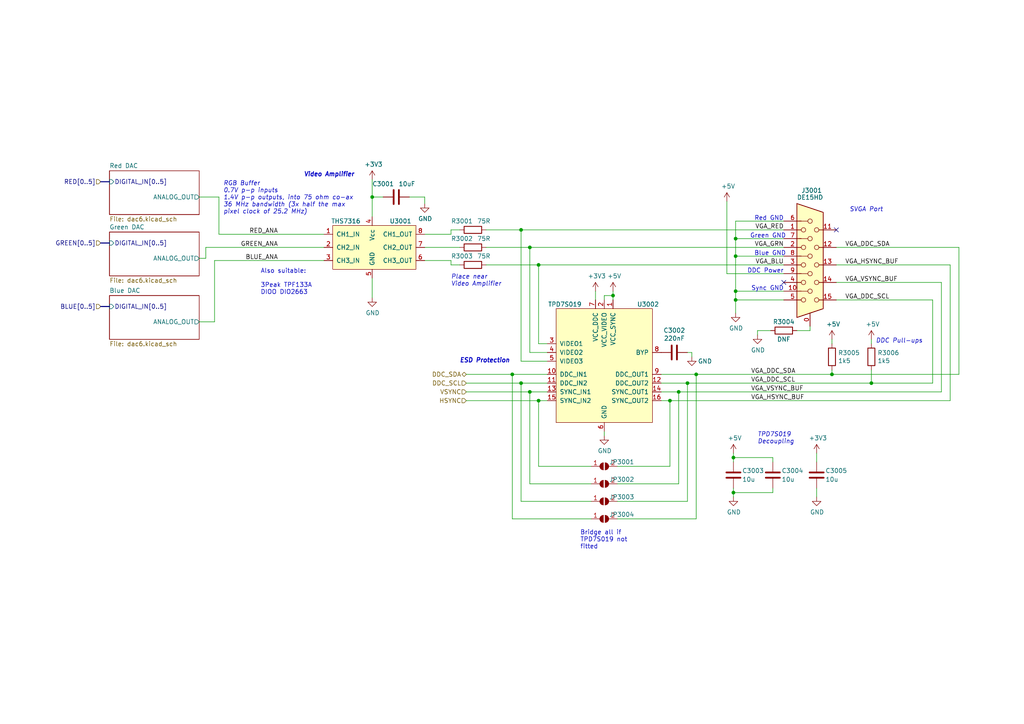
<source format=kicad_sch>
(kicad_sch (version 20211123) (generator eeschema)
  (paper "A4")
  (title_block (title "Neotron Common Hardware") (date "2021-06-18") (rev "[Uncontrolled]") (company "https://neotron-compute.github.io/") (comment 1 "Licenced as CC BY-SA") (comment 2 "Copyright (c) The Neotron Developers, 2021"))
  (lib_symbols
    (symbol "Connector:DB15_Female_HighDensity_MountingHoles" (pin_names (offset 1.016) hide)
      (property "Reference" "J" (at 0 21.59 0))
      (property "Value" "DB15_Female_HighDensity_MountingHoles" (at 0 19.05 0))
      (symbol "DB15_Female_HighDensity_MountingHoles_0_1"
        (circle (center -1.905 -10.16) (radius 0.635))
        (circle (center -1.905 -5.08) (radius 0.635))
        (circle (center -1.905 0) (radius 0.635))
        (circle (center -1.905 5.08) (radius 0.635))
        (circle (center -1.905 10.16) (radius 0.635))
        (circle (center 0 -7.62) (radius 0.635))
        (circle (center 0 -2.54) (radius 0.635))
        (polyline (pts (xy -3.175 7.62) (xy -0.635 7.62)))
        (polyline (pts (xy -0.635 -7.62) (xy -3.175 -7.62)))
        (polyline (pts (xy -0.635 -2.54) (xy -3.175 -2.54)))
        (polyline (pts (xy -0.635 2.54) (xy -3.175 2.54)))
        (polyline (pts (xy -0.635 12.7) (xy -3.175 12.7)))
        (polyline (pts (xy -3.81 17.78) (xy -3.81 -15.24) (xy 3.81 -12.7) (xy 3.81 15.24) (xy -3.81 17.78)) (stroke (width 0.254)) (fill (type background)))
        (circle (center 0 2.54) (radius 0.635))
        (circle (center 0 7.62) (radius 0.635))
        (circle (center 0 12.7) (radius 0.635))
        (circle (center 1.905 -10.16) (radius 0.635))
        (circle (center 1.905 -5.08) (radius 0.635))
        (circle (center 1.905 0) (radius 0.635))
        (circle (center 1.905 5.08) (radius 0.635))
        (circle (center 1.905 10.16) (radius 0.635))
      )
      (symbol "DB15_Female_HighDensity_MountingHoles_1_1"
        (pin passive line (at 0 -17.78 90) (length 3.81) (name "~") (number "0"))
        (pin passive line (at -7.62 10.16 0) (length 5.08) (name "~") (number "1"))
        (pin passive line (at -7.62 -7.62 0) (length 5.08) (name "~") (number "10"))
        (pin passive line (at 7.62 10.16 180) (length 5.08) (name "~") (number "11"))
        (pin passive line (at 7.62 5.08 180) (length 5.08) (name "~") (number "12"))
        (pin passive line (at 7.62 0 180) (length 5.08) (name "~") (number "13"))
        (pin passive line (at 7.62 -5.08 180) (length 5.08) (name "~") (number "14"))
        (pin passive line (at 7.62 -10.16 180) (length 5.08) (name "~") (number "15"))
        (pin passive line (at -7.62 5.08 0) (length 5.08) (name "~") (number "2"))
        (pin passive line (at -7.62 0 0) (length 5.08) (name "~") (number "3"))
        (pin passive line (at -7.62 -5.08 0) (length 5.08) (name "~") (number "4"))
        (pin passive line (at -7.62 -10.16 0) (length 5.08) (name "~") (number "5"))
        (pin passive line (at -7.62 12.7 0) (length 5.08) (name "~") (number "6"))
        (pin passive line (at -7.62 7.62 0) (length 5.08) (name "~") (number "7"))
        (pin passive line (at -7.62 2.54 0) (length 5.08) (name "~") (number "8"))
        (pin passive line (at -7.62 -2.54 0) (length 5.08) (name "~") (number "9"))
      )
    )
    (symbol "Device:C" (pin_numbers hide) (pin_names (offset 0.254))
      (property "Reference" "C" (at 0.635 2.54 0))
      (property "Value" "C" (at 0.635 -2.54 0))
      (symbol "C_0_1"
        (polyline (pts (xy -2.032 -0.762) (xy 2.032 -0.762)) (stroke (width 0.508)))
        (polyline (pts (xy -2.032 0.762) (xy 2.032 0.762)) (stroke (width 0.508)))
      )
      (symbol "C_1_1"
        (pin passive line (at 0 3.81 270) (length 2.794) (name "~") (number "1"))
        (pin passive line (at 0 -3.81 90) (length 2.794) (name "~") (number "2"))
      )
    )
    (symbol "Device:R" (pin_numbers hide) (pin_names (offset 0))
      (property "Reference" "R" (at 2.032 0 90))
      (property "Value" "R" (at 0 0 90))
      (symbol "R_0_1"
        (rectangle (start -1.016 -2.54) (end 1.016 2.54) (stroke (width 0.254)))
      )
      (symbol "R_1_1"
        (pin passive line (at 0 3.81 270) (length 1.27) (name "~") (number "1"))
        (pin passive line (at 0 -3.81 90) (length 1.27) (name "~") (number "2"))
      )
    )
    (symbol "Jumper:SolderJumper_2_Open" (pin_names (offset 0) hide)
      (property "Reference" "JP" (at 0 2.032 0))
      (property "Value" "SolderJumper_2_Open" (at 0 -2.54 0))
      (symbol "SolderJumper_2_Open_0_1"
        (arc (start -0.254 1.016) (mid -1.27 0) (end -0.254 -1.016))
        (arc (start -0.254 1.016) (mid -1.27 0) (end -0.254 -1.016) (fill (type outline)))
        (polyline (pts (xy -0.254 1.016) (xy -0.254 -1.016)))
        (polyline (pts (xy 0.254 1.016) (xy 0.254 -1.016)))
        (arc (start 0.254 -1.016) (mid 1.27 0) (end 0.254 1.016))
        (arc (start 0.254 -1.016) (mid 1.27 0) (end 0.254 1.016) (fill (type outline)))
      )
      (symbol "SolderJumper_2_Open_1_1"
        (pin passive line (at -3.81 0 0) (length 2.54) (name "A") (number "1"))
        (pin passive line (at 3.81 0 180) (length 2.54) (name "B") (number "2"))
      )
    )
    (symbol "Neotron-Common-Hardware:TPD7S019" (pin_names (offset 1.016))
      (property "Reference" "U" (at 13.97 16.51 0))
      (property "Value" "TPD7S019" (at -10.16 16.51 0))
      (symbol "TPD7S019_0_0"
        (pin power_in line (at 2.54 17.78 270) (length 2.54) (name "VCC_SYNC") (number "1"))
        (pin bidirectional line (at -16.51 -3.81 0) (length 2.54) (name "DDC_IN1") (number "10"))
        (pin bidirectional line (at -16.51 -6.35 0) (length 2.54) (name "DDC_IN2") (number "11"))
        (pin bidirectional line (at 16.51 -6.35 180) (length 2.54) (name "DDC_OUT2") (number "12"))
        (pin input line (at -16.51 -8.89 0) (length 2.54) (name "SYNC_IN1") (number "13"))
        (pin output line (at 16.51 -8.89 180) (length 2.54) (name "SYNC_OUT1") (number "14"))
        (pin input line (at -16.51 -11.43 0) (length 2.54) (name "SYNC_IN2") (number "15"))
        (pin output line (at 16.51 -11.43 180) (length 2.54) (name "SYNC_OUT2") (number "16"))
        (pin power_in line (at 0 17.78 270) (length 2.54) (name "VCC_VIDEO") (number "2"))
        (pin input line (at -16.51 5.08 0) (length 2.54) (name "VIDEO1") (number "3"))
        (pin input line (at -16.51 2.54 0) (length 2.54) (name "VIDEO2") (number "4"))
        (pin input line (at -16.51 0 0) (length 2.54) (name "VIDEO3") (number "5"))
        (pin power_in line (at 0 -20.32 90) (length 2.54) (name "GND") (number "6"))
        (pin power_in line (at -2.54 17.78 270) (length 2.54) (name "VCC_DDC") (number "7"))
        (pin power_out line (at 16.51 2.54 180) (length 2.54) (name "BYP") (number "8"))
        (pin bidirectional line (at 16.51 -3.81 180) (length 2.54) (name "DDC_OUT1") (number "9"))
      )
      (symbol "TPD7S019_0_1"
        (rectangle (start -13.97 15.24) (end 13.97 -17.78) (fill (type background)))
      )
    )
    (symbol "Neotron-Common-Hardware:TPF133A" (pin_names (offset 1.016))
      (property "Reference" "U" (at 8.89 7.62 0))
      (property "Value" "TPF133A" (at -15.24 7.62 0))
      (symbol "TPF133A_0_0"
        (pin input line (at -17.78 3.81 0) (length 2.54) (name "CH1_IN") (number "1"))
        (pin input line (at -17.78 0 0) (length 2.54) (name "CH2_IN") (number "2"))
        (pin input line (at -17.78 -3.81 0) (length 2.54) (name "CH3_IN") (number "3"))
        (pin power_in line (at -3.81 8.89 270) (length 2.54) (name "Vcc") (number "4"))
        (pin power_in line (at -3.81 -8.89 90) (length 2.54) (name "GND") (number "5"))
        (pin output line (at 11.43 -3.81 180) (length 2.54) (name "CH3_OUT") (number "6"))
        (pin output line (at 11.43 0 180) (length 2.54) (name "CH2_OUT") (number "7"))
        (pin output line (at 11.43 3.81 180) (length 2.54) (name "CH1_OUT") (number "8"))
      )
      (symbol "TPF133A_0_1"
        (rectangle (start 8.89 -6.35) (end -15.24 6.35) (fill (type background)))
      )
    )
    (symbol "power:+3V3" (power) (pin_names (offset 0))
      (property "Value" "+3V3" (at 0 3.556 0))
      (symbol "+3V3_0_1"
        (polyline (pts (xy -0.762 1.27) (xy 0 2.54)))
        (polyline (pts (xy 0 0) (xy 0 2.54)))
        (polyline (pts (xy 0 2.54) (xy 0.762 1.27)))
      )
      (symbol "+3V3_1_1"
        (pin power_in line (at 0 0 90) (length 0) hide (name "+3V3") (number "1"))
      )
    )
    (symbol "power:+5V" (power) (pin_names (offset 0))
      (property "Value" "+5V" (at 0 3.556 0))
      (symbol "+5V_0_1"
        (polyline (pts (xy -0.762 1.27) (xy 0 2.54)))
        (polyline (pts (xy 0 0) (xy 0 2.54)))
        (polyline (pts (xy 0 2.54) (xy 0.762 1.27)))
      )
      (symbol "+5V_1_1"
        (pin power_in line (at 0 0 90) (length 0) hide (name "+5V") (number "1"))
      )
    )
    (symbol "power:GND" (power) (pin_names (offset 0))
      (property "Value" "GND" (at 0 -3.81 0))
      (symbol "GND_0_1"
        (polyline (pts (xy 0 0) (xy 0 -1.27) (xy 1.27 -1.27) (xy 0 -2.54) (xy -1.27 -1.27) (xy 0 -1.27)))
      )
      (symbol "GND_1_1"
        (pin power_in line (at 0 0 270) (length 0) hide (name "GND") (number "1"))
      )
    )
  )
  (junction (at 213.36 69.215))
  (junction (at 153.67 113.665))
  (junction (at 213.36 84.455))
  (junction (at 156.21 116.205))
  (junction (at 213.36 74.295))
  (junction (at 252.73 111.125))
  (junction (at 107.95 57.15))
  (junction (at 177.8 85.725))
  (junction (at 213.36 86.995))
  (junction (at 153.67 71.755))
  (junction (at 156.21 76.835))
  (junction (at 212.725 132.715))
  (junction (at 151.13 66.675))
  (junction (at 151.13 111.125))
  (junction (at 196.85 113.665))
  (junction (at 241.3 108.585))
  (junction (at 194.31 116.205))
  (junction (at 199.39 111.125))
  (junction (at 148.59 108.585))
  (junction (at 201.93 108.585))
  (junction (at 212.725 142.875))
  (no_connect (at 242.57 66.675))
  (no_connect (at 227.33 81.915))
  (wire (pts (xy 219.71 97.155) (xy 219.71 95.885)))
  (wire (pts (xy 236.855 144.145) (xy 236.855 141.605)))
  (wire (pts (xy 153.67 113.665) (xy 153.67 140.335)))
  (wire (pts (xy 191.77 116.205) (xy 194.31 116.205)))
  (wire (pts (xy 236.855 133.985) (xy 236.855 131.445)))
  (wire (pts (xy 123.19 75.565) (xy 130.81 75.565)))
  (wire (pts (xy 210.82 79.375) (xy 227.33 79.375)))
  (wire (pts (xy 57.785 93.345) (xy 62.23 93.345)))
  (wire (pts (xy 213.36 69.215) (xy 213.36 74.295)))
  (wire (pts (xy 153.67 140.335) (xy 171.45 140.335)))
  (wire (pts (xy 234.95 94.615) (xy 234.95 95.885)))
  (wire (pts (xy 213.36 74.295) (xy 213.36 84.455)))
  (wire (pts (xy 212.725 142.875) (xy 224.155 142.875)))
  (wire (pts (xy 227.33 84.455) (xy 213.36 84.455)))
  (wire (pts (xy 212.725 132.715) (xy 212.725 133.985)))
  (wire (pts (xy 194.31 135.255) (xy 194.31 116.205)))
  (wire (pts (xy 107.95 52.07) (xy 107.95 57.15)))
  (wire (pts (xy 123.19 71.755) (xy 133.35 71.755)))
  (wire (pts (xy 241.3 107.315) (xy 241.3 108.585)))
  (wire (pts (xy 252.73 107.315) (xy 252.73 111.125)))
  (bus (pts (xy 29.21 70.485) (xy 31.75 70.485)))
  (wire (pts (xy 213.36 69.215) (xy 227.33 69.215)))
  (wire (pts (xy 270.51 86.995) (xy 242.57 86.995)))
  (wire (pts (xy 153.67 71.755) (xy 153.67 102.235)))
  (wire (pts (xy 63.5 57.15) (xy 63.5 67.945)))
  (wire (pts (xy 275.59 76.835) (xy 242.57 76.835)))
  (wire (pts (xy 196.85 113.665) (xy 273.05 113.665)))
  (wire (pts (xy 213.36 64.135) (xy 227.33 64.135)))
  (wire (pts (xy 252.73 111.125) (xy 270.51 111.125)))
  (wire (pts (xy 177.8 85.725) (xy 177.8 84.455)))
  (wire (pts (xy 107.95 57.15) (xy 111.125 57.15)))
  (wire (pts (xy 135.255 111.125) (xy 151.13 111.125)))
  (wire (pts (xy 148.59 108.585) (xy 158.75 108.585)))
  (wire (pts (xy 148.59 108.585) (xy 148.59 150.495)))
  (wire (pts (xy 63.5 67.945) (xy 93.98 67.945)))
  (wire (pts (xy 191.77 111.125) (xy 199.39 111.125)))
  (wire (pts (xy 158.75 104.775) (xy 151.13 104.775)))
  (wire (pts (xy 213.36 84.455) (xy 213.36 86.995)))
  (wire (pts (xy 196.85 113.665) (xy 191.77 113.665)))
  (wire (pts (xy 59.69 74.93) (xy 59.69 71.755)))
  (wire (pts (xy 153.67 71.755) (xy 227.33 71.755)))
  (wire (pts (xy 224.155 132.715) (xy 212.725 132.715)))
  (wire (pts (xy 196.85 140.335) (xy 196.85 113.665)))
  (wire (pts (xy 241.3 98.425) (xy 241.3 99.695)))
  (wire (pts (xy 57.785 74.93) (xy 59.69 74.93)))
  (wire (pts (xy 158.75 99.695) (xy 156.21 99.695)))
  (wire (pts (xy 107.95 80.645) (xy 107.95 86.36)))
  (wire (pts (xy 62.23 93.345) (xy 62.23 75.565)))
  (wire (pts (xy 213.36 86.995) (xy 213.36 90.805)))
  (wire (pts (xy 199.39 102.235) (xy 200.66 102.235)))
  (wire (pts (xy 148.59 150.495) (xy 171.45 150.495)))
  (wire (pts (xy 210.82 58.42) (xy 210.82 79.375)))
  (wire (pts (xy 175.26 125.095) (xy 175.26 126.365)))
  (wire (pts (xy 62.23 75.565) (xy 93.98 75.565)))
  (bus (pts (xy 29.21 52.705) (xy 31.75 52.705)))
  (wire (pts (xy 201.93 150.495) (xy 201.93 108.585)))
  (wire (pts (xy 219.71 95.885) (xy 223.52 95.885)))
  (wire (pts (xy 130.81 75.565) (xy 130.81 76.835)))
  (wire (pts (xy 179.07 145.415) (xy 199.39 145.415)))
  (wire (pts (xy 275.59 116.205) (xy 275.59 76.835)))
  (wire (pts (xy 135.255 108.585) (xy 148.59 108.585)))
  (wire (pts (xy 278.13 71.755) (xy 278.13 108.585)))
  (wire (pts (xy 133.35 76.835) (xy 130.81 76.835)))
  (wire (pts (xy 177.8 86.995) (xy 177.8 85.725)))
  (wire (pts (xy 151.13 66.675) (xy 151.13 104.775)))
  (wire (pts (xy 57.785 57.15) (xy 63.5 57.15)))
  (wire (pts (xy 212.725 142.875) (xy 212.725 144.145)))
  (wire (pts (xy 224.155 142.875) (xy 224.155 141.605)))
  (wire (pts (xy 212.725 131.445) (xy 212.725 132.715)))
  (wire (pts (xy 171.45 145.415) (xy 151.13 145.415)))
  (wire (pts (xy 135.255 116.205) (xy 156.21 116.205)))
  (wire (pts (xy 135.255 113.665) (xy 153.67 113.665)))
  (wire (pts (xy 194.31 116.205) (xy 275.59 116.205)))
  (wire (pts (xy 151.13 66.675) (xy 227.33 66.675)))
  (wire (pts (xy 270.51 111.125) (xy 270.51 86.995)))
  (wire (pts (xy 156.21 76.835) (xy 227.33 76.835)))
  (wire (pts (xy 242.57 81.915) (xy 273.05 81.915)))
  (wire (pts (xy 224.155 133.985) (xy 224.155 132.715)))
  (wire (pts (xy 199.39 111.125) (xy 252.73 111.125)))
  (wire (pts (xy 156.21 99.695) (xy 156.21 76.835)))
  (wire (pts (xy 130.81 66.675) (xy 133.35 66.675)))
  (wire (pts (xy 242.57 71.755) (xy 278.13 71.755)))
  (wire (pts (xy 123.19 57.15) (xy 123.19 59.055)))
  (wire (pts (xy 118.745 57.15) (xy 123.19 57.15)))
  (wire (pts (xy 151.13 145.415) (xy 151.13 111.125)))
  (wire (pts (xy 252.73 98.425) (xy 252.73 99.695)))
  (wire (pts (xy 212.725 141.605) (xy 212.725 142.875)))
  (wire (pts (xy 153.67 102.235) (xy 158.75 102.235)))
  (wire (pts (xy 123.19 67.945) (xy 130.81 67.945)))
  (wire (pts (xy 59.69 71.755) (xy 93.98 71.755)))
  (wire (pts (xy 140.97 76.835) (xy 156.21 76.835)))
  (wire (pts (xy 201.93 108.585) (xy 191.77 108.585)))
  (wire (pts (xy 213.36 74.295) (xy 227.33 74.295)))
  (wire (pts (xy 156.21 135.255) (xy 156.21 116.205)))
  (wire (pts (xy 179.07 140.335) (xy 196.85 140.335)))
  (wire (pts (xy 213.36 86.995) (xy 227.33 86.995)))
  (wire (pts (xy 172.72 84.455) (xy 172.72 86.995)))
  (wire (pts (xy 140.97 66.675) (xy 151.13 66.675)))
  (wire (pts (xy 107.95 57.15) (xy 107.95 62.865)))
  (wire (pts (xy 156.21 116.205) (xy 158.75 116.205)))
  (wire (pts (xy 213.36 64.135) (xy 213.36 69.215)))
  (wire (pts (xy 179.07 150.495) (xy 201.93 150.495)))
  (wire (pts (xy 158.75 113.665) (xy 153.67 113.665)))
  (wire (pts (xy 241.3 108.585) (xy 278.13 108.585)))
  (wire (pts (xy 231.14 95.885) (xy 234.95 95.885)))
  (wire (pts (xy 171.45 135.255) (xy 156.21 135.255)))
  (wire (pts (xy 177.8 85.725) (xy 175.26 85.725)))
  (wire (pts (xy 200.66 102.235) (xy 200.66 103.505)))
  (wire (pts (xy 140.97 71.755) (xy 153.67 71.755)))
  (wire (pts (xy 199.39 145.415) (xy 199.39 111.125)))
  (wire (pts (xy 179.07 135.255) (xy 194.31 135.255)))
  (wire (pts (xy 151.13 111.125) (xy 158.75 111.125)))
  (bus (pts (xy 29.21 88.9) (xy 31.75 88.9)))
  (wire (pts (xy 175.26 85.725) (xy 175.26 86.995)))
  (wire (pts (xy 201.93 108.585) (xy 241.3 108.585)))
  (wire (pts (xy 130.81 66.675) (xy 130.81 67.945)))
  (wire (pts (xy 273.05 81.915) (xy 273.05 113.665)))
  (text "Video Amplifier" (at 102.87 51.435 180) (effects (font (size 1.27 1.27) (thickness 0.254) bold italic) (justify right bottom)))
  (text "TPD7S019\nDecoupling" (at 219.71 128.905 0) (effects (font (size 1.27 1.27) italic) (justify left bottom)))
  (text "DDC Power" (at 227.33 79.375 180) (effects (font (size 1.27 1.27)) (justify right bottom)))
  (text "RGB Buffer\n0.7V p-p inputs\n1.4V p-p outputs, into 75 ohm co-ax\n36 MHz bandwidth (3x half the max\npixel clock of 25.2 MHz)" (at 64.77 62.23 0) (effects (font (size 1.27 1.27) italic) (justify left bottom)))
  (text "ESD Protection" (at 147.955 105.41 180) (effects (font (size 1.27 1.27) (thickness 0.254) bold italic) (justify right bottom)))
  (text "Green GND" (at 227.965 69.215 180) (effects (font (size 1.27 1.27)) (justify right bottom)))
  (text "Also suitable:\n\n3Peak TPF133A\nDIOO DIO2663\n\n" (at 75.565 87.63 0) (effects (font (size 1.27 1.27)) (justify left bottom)))
  (text "Place near\nVideo Amplifier" (at 130.81 83.185 0) (effects (font (size 1.27 1.27) italic) (justify left bottom)))
  (text "Sync GND" (at 227.33 84.455 180) (effects (font (size 1.27 1.27)) (justify right bottom)))
  (text "SVGA Port" (at 246.38 61.595 0) (effects (font (size 1.27 1.27) italic) (justify left bottom)))
  (text "Blue GND" (at 227.965 74.295 180) (effects (font (size 1.27 1.27)) (justify right bottom)))
  (text "DDC Pull-ups" (at 254 99.695 0) (effects (font (size 1.27 1.27) italic) (justify left bottom)))
  (text "Bridge all if\nTPD7S019 not\nfitted" (at 168.275 159.385 0) (effects (font (size 1.27 1.27)) (justify left bottom)))
  (text "Red GND" (at 227.33 64.135 180) (effects (font (size 1.27 1.27)) (justify right bottom)))
  (label "VGA_HSYNC_BUF" (at 217.805 116.205 0))
  (label "VGA_DDC_SDA" (at 245.11 71.755 0))
  (label "VGA_HSYNC_BUF" (at 245.11 76.835 0))
  (label "VGA_DDC_SCL" (at 217.805 111.125 0))
  (label "BLUE_ANA" (at 80.645 75.565 180))
  (label "GREEN_ANA" (at 80.645 71.755 180))
  (label "VGA_VSYNC_BUF" (at 245.11 81.915 0))
  (label "VGA_GRN" (at 227.33 71.755 180))
  (label "VGA_VSYNC_BUF" (at 217.805 113.665 0))
  (label "VGA_RED" (at 227.33 66.675 180))
  (label "VGA_BLU" (at 227.33 76.835 180))
  (label "VGA_DDC_SCL" (at 245.11 86.995 0))
  (label "VGA_DDC_SDA" (at 217.805 108.585 0))
  (label "RED_ANA" (at 80.645 67.945 180))
  (hierarchical_label "BLUE[0..5]" (shape input) (at 29.21 88.9 180))
  (hierarchical_label "DDC_SCL" (shape input) (at 135.255 111.125 180))
  (hierarchical_label "VSYNC" (shape input) (at 135.255 113.665 180))
  (hierarchical_label "GREEN[0..5]" (shape input) (at 29.21 70.485 180))
  (hierarchical_label "RED[0..5]" (shape input) (at 29.21 52.705 180))
  (hierarchical_label "HSYNC" (shape input) (at 135.255 116.205 180))
  (hierarchical_label "DDC_SDA" (shape bidirectional) (at 135.255 108.585 180))
  (symbol (lib_id "power:GND") (at 123.19 59.055 0) (unit 1)
    (property "Reference" "#PWR03003" (effects hide))
    (property "Value" "GND" (at 123.317 63.4492 0))
  )
  (symbol (lib_id "Device:R") (at 137.16 76.835 270) (unit 1)
    (property "Reference" "R3003" (at 137.16 74.295 90) (effects (justify right)))
    (property "Value" "75R" (at 140.335 74.295 90))
    (property "Footprint" "Resistor_SMD:R_0805_2012Metric_Pad1.20x1.40mm_HandSolder" (effects hide))
    (property "DNP" "0" (effects hide))
    (property "MPN" "0805W8F750JT5E" (effects hide))
    (property "Manufacturer" "Uniroyal" (effects hide))
    (property "LCSC Part#" "C20638" (effects hide))
    (property "Tolerance" "1%" (effects hide))
    (property "JLCPCB Collection" "Basic" (effects hide))
  )
  (symbol (lib_id "power:+5V") (at 177.8 84.455 0) (unit 1)
    (property "Reference" "#PWR03006" (effects hide))
    (property "Value" "+5V" (at 178.181 80.0608 0))
  )
  (symbol (lib_id "Device:C") (at 224.155 137.795 0) (mirror x) (unit 1)
    (property "Reference" "C3004" (at 226.695 136.525 0) (effects (justify left)))
    (property "Value" "10u" (at 226.695 139.065 0) (effects (justify left)))
    (property "DNP" "0" (effects hide))
    (property "MPN" "CL21A106KAYNNNE" (effects hide))
    (property "Manufacturer" "Samsung" (effects hide))
    (property "LCSC Part#" "C15850" (effects hide))
    (property "Tolerance" "X5R" (effects hide))
    (property "Voltage" "25V" (effects hide))
    (property "JLCPCB Collection" "Basic" (effects hide))
  )
  (symbol (lib_id "Connector:DB15_Female_HighDensity_MountingHoles") (at 234.95 76.835 0) (unit 1)
    (property "Reference" "J3001" (at 232.41 55.245 0) (effects (justify left)))
    (property "Value" "DE15HD" (at 234.95 56.515 0) (effects (justify top)))
    (property "Footprint" "Neotron-Common-Hardware:Amphenol_ICD15S13E4GV00LF" (effects hide))
    (property "DNP" "0" (effects hide))
    (property "Digikey" "609-5180-ND‎" (effects hide))
    (property "MPN" "ICD15S13E4GV00LF" (effects hide))
    (property "Manufacturer" "Amphenol" (effects hide))
    (property "Mouser" "649-ICD15S13E4GV00LF" (effects hide))
  )
  (symbol (lib_id "Jumper:SolderJumper_2_Open") (at 175.26 145.415 0) (unit 1)
    (property "Reference" "JP3003" (at 180.34 144.145 0))
    (property "Value" "Bridge" (effects hide))
    (property "DNP" "1" (effects hide))
  )
  (symbol (lib_id "Device:R") (at 137.16 71.755 270) (unit 1)
    (property "Reference" "R3002" (at 137.16 69.215 90) (effects (justify right)))
    (property "Value" "75R" (at 140.335 69.215 90))
    (property "Footprint" "Resistor_SMD:R_0805_2012Metric_Pad1.20x1.40mm_HandSolder" (effects hide))
    (property "DNP" "0" (effects hide))
    (property "MPN" "0805W8F750JT5E" (effects hide))
    (property "Manufacturer" "Uniroyal" (effects hide))
    (property "LCSC Part#" "C20638" (effects hide))
    (property "Tolerance" "1%" (effects hide))
    (property "JLCPCB Collection" "Basic" (effects hide))
  )
  (symbol (lib_id "Device:C") (at 114.935 57.15 90) (mirror x) (unit 1)
    (property "Reference" "C3001" (at 114.3 53.34 90) (effects (justify left)))
    (property "Value" "10uF" (at 115.57 53.34 90) (effects (justify right)))
    (property "Footprint" "Capacitor_SMD:C_0805_2012Metric_Pad1.18x1.45mm_HandSolder" (effects hide))
    (property "DNP" "0" (effects hide))
    (property "MPN" "CL21A106KAYNNNE" (effects hide))
    (property "Manufacturer" "Samsung" (effects hide))
    (property "LCSC Part#" "C15850" (effects hide))
    (property "Tolerance" "X5R" (effects hide))
    (property "Voltage" "25V" (effects hide))
    (property "JLCPCB Collection" "Basic" (effects hide))
  )
  (symbol (lib_id "Device:C") (at 195.58 102.235 270) (unit 1)
    (property "Reference" "C3002" (at 195.58 95.8342 90))
    (property "Value" "220nF" (at 195.58 98.1456 90))
    (property "Footprint" "Capacitor_SMD:C_0805_2012Metric_Pad1.18x1.45mm_HandSolder" (effects hide))
    (property "DNP" "0" (effects hide))
    (property "MPN" "CL21B224KBFNNNE" (effects hide))
    (property "Manufacturer" "Samsung" (effects hide))
    (property "LCSC Part#" "C5378" (effects hide))
    (property "Tolerance" "X7R" (effects hide))
    (property "Voltage" "50V" (effects hide))
    (property "JLCPCB Collection" "Basic" (effects hide))
  )
  (symbol (lib_id "power:+5V") (at 210.82 58.42 0) (unit 1)
    (property "Reference" "#PWR03008" (effects hide))
    (property "Value" "+5V" (at 211.201 54.0258 0))
  )
  (symbol (lib_id "power:+3V3") (at 236.855 131.445 0) (unit 1)
    (property "Reference" "#PWR03013" (effects hide))
    (property "Value" "+3V3" (at 237.236 127.0508 0))
  )
  (symbol (lib_id "power:GND") (at 236.855 144.145 0) (unit 1)
    (property "Reference" "#PWR03014" (effects hide))
    (property "Value" "GND" (at 236.982 148.5392 0))
  )
  (symbol (lib_id "Jumper:SolderJumper_2_Open") (at 175.26 150.495 0) (unit 1)
    (property "Reference" "JP3004" (at 180.34 149.225 0))
    (property "Value" "Bridge" (effects hide))
    (property "DNP" "1" (effects hide))
  )
  (symbol (lib_id "Device:R") (at 252.73 103.505 0) (unit 1)
    (property "Reference" "R3006" (at 254.508 102.3366 0) (effects (justify left)))
    (property "Value" "1k5" (at 254.508 104.648 0) (effects (justify left)))
    (property "Footprint" "Resistor_SMD:R_0805_2012Metric_Pad1.20x1.40mm_HandSolder" (effects hide))
    (property "DNP" "0" (effects hide))
    (property "MPN" "0805W8F2001T5E" (effects hide))
    (property "Manufacturer" "Uniroyal" (effects hide))
    (property "LCSC Part#" "C17604" (effects hide))
    (property "Tolerance" "1%" (effects hide))
    (property "JLCPCB Collection" "Basic" (effects hide))
  )
  (symbol (lib_id "power:+5V") (at 241.3 98.425 0) (unit 1)
    (property "Reference" "#PWR03015" (effects hide))
    (property "Value" "+5V" (at 241.681 94.0308 0))
  )
  (symbol (lib_id "Device:C") (at 236.855 137.795 0) (mirror x) (unit 1)
    (property "Reference" "C3005" (at 239.395 136.525 0) (effects (justify left)))
    (property "Value" "10u" (at 239.395 139.065 0) (effects (justify left)))
    (property "DNP" "0" (effects hide))
    (property "MPN" "CL21A106KAYNNNE" (effects hide))
    (property "Manufacturer" "Samsung" (effects hide))
    (property "LCSC Part#" "C15850" (effects hide))
    (property "Tolerance" "X5R" (effects hide))
    (property "Voltage" "25V" (effects hide))
    (property "JLCPCB Collection" "Basic" (effects hide))
  )
  (symbol (lib_id "power:GND") (at 175.26 126.365 0) (unit 1)
    (property "Reference" "#PWR03005" (effects hide))
    (property "Value" "GND" (at 175.387 130.7592 0))
  )
  (symbol (lib_id "power:GND") (at 212.725 144.145 0) (unit 1)
    (property "Reference" "#PWR03010" (effects hide))
    (property "Value" "GND" (at 212.852 148.5392 0))
  )
  (symbol (lib_id "Jumper:SolderJumper_2_Open") (at 175.26 140.335 0) (unit 1)
    (property "Reference" "JP3002" (at 180.34 139.065 0))
    (property "Value" "Bridge" (effects hide))
    (property "DNP" "1" (effects hide))
  )
  (symbol (lib_id "power:GND") (at 200.66 103.505 0) (unit 1)
    (property "Reference" "#PWR03007" (effects hide))
    (property "Value" "GND" (at 204.47 104.775 0))
  )
  (symbol (lib_id "power:+3V3") (at 172.72 84.455 0) (unit 1)
    (property "Reference" "#PWR03004" (effects hide))
    (property "Value" "+3V3" (at 173.101 80.0608 0))
  )
  (symbol (lib_id "power:GND") (at 107.95 86.36 0) (unit 1)
    (property "Reference" "#PWR03002" (effects hide))
    (property "Value" "GND" (at 108.077 90.7542 0))
  )
  (symbol (lib_id "Device:R") (at 241.3 103.505 0) (unit 1)
    (property "Reference" "R3005" (at 243.078 102.3366 0) (effects (justify left)))
    (property "Value" "1k5" (at 243.078 104.648 0) (effects (justify left)))
    (property "Footprint" "Resistor_SMD:R_0805_2012Metric_Pad1.20x1.40mm_HandSolder" (effects hide))
    (property "DNP" "0" (effects hide))
    (property "MPN" "0805W8F2001T5E" (effects hide))
    (property "Manufacturer" "Uniroyal" (effects hide))
    (property "LCSC Part#" "C17604" (effects hide))
    (property "Tolerance" "1%" (effects hide))
    (property "JLCPCB Collection" "Basic" (effects hide))
  )
  (symbol (lib_id "Neotron-Common-Hardware:TPF133A") (at 111.76 71.755 0) (unit 1)
    (property "Reference" "U3001" (at 119.38 64.135 0) (effects (justify right)))
    (property "Value" "THS7316" (at 100.33 64.135 0))
    (property "Footprint" "Package_SO:SOIC-8_3.9x4.9mm_P1.27mm" (effects hide))
    (property "Datasheet" "https://www.ti.com/cn/lit/gpn/ths7316" (effects hide))
    (property "Manufacturer" "Texas Instruments" (effects hide))
    (property "DNP" "0" (effects hide))
    (property "MPN" "THS7316" (effects hide))
    (property "LCSC Part#" "C544774" (effects hide))
    (property "JLCPCB Collection" "Extended" (effects hide))
  )
  (symbol (lib_id "power:+5V") (at 212.725 131.445 0) (unit 1)
    (property "Reference" "#PWR03009" (effects hide))
    (property "Value" "+5V" (at 213.106 127.0508 0))
  )
  (symbol (lib_id "power:GND") (at 219.71 97.155 0) (unit 1)
    (property "Reference" "#PWR03012" (effects hide))
    (property "Value" "GND" (at 219.837 101.5492 0))
  )
  (symbol (lib_id "power:+5V") (at 252.73 98.425 0) (unit 1)
    (property "Reference" "#PWR03016" (effects hide))
    (property "Value" "+5V" (at 253.111 94.0308 0))
  )
  (symbol (lib_id "Device:C") (at 212.725 137.795 0) (mirror x) (unit 1)
    (property "Reference" "C3003" (at 215.265 136.525 0) (effects (justify left)))
    (property "Value" "10u" (at 215.265 139.065 0) (effects (justify left)))
    (property "DNP" "0" (effects hide))
    (property "MPN" "CL21A106KAYNNNE" (effects hide))
    (property "Manufacturer" "Samsung" (effects hide))
    (property "LCSC Part#" "C15850" (effects hide))
    (property "Tolerance" "X5R" (effects hide))
    (property "Voltage" "25V" (effects hide))
    (property "JLCPCB Collection" "Basic" (effects hide))
  )
  (symbol (lib_id "power:+3V3") (at 107.95 52.07 0) (unit 1)
    (property "Reference" "#PWR03001" (effects hide))
    (property "Value" "+3V3" (at 108.331 47.6758 0))
  )
  (symbol (lib_id "power:GND") (at 213.36 90.805 0) (unit 1)
    (property "Reference" "#PWR03011" (effects hide))
    (property "Value" "GND" (at 213.487 95.1992 0))
  )
  (symbol (lib_id "Neotron-Common-Hardware:TPD7S019") (at 175.26 104.775 0) (unit 1)
    (property "Reference" "U3002" (at 187.96 88.265 0))
    (property "Value" "TPD7S019" (at 163.83 88.265 0))
    (property "Footprint" "Package_SO:SSOP-16_3.9x4.9mm_P0.635mm" (effects hide))
    (property "Manufacturer" "Texas Instruments" (effects hide))
    (property "MPN" "TPD7S019-15DBQR" (effects hide))
    (property "DNP" "0" (effects hide))
    (property "LCSC Part#" "C337499" (effects hide))
    (property "JLCPCB Collection" "Extended" (effects hide))
  )
  (symbol (lib_id "Device:R") (at 137.16 66.675 270) (unit 1)
    (property "Reference" "R3001" (at 137.16 64.135 90) (effects (justify right)))
    (property "Value" "75R" (at 140.335 64.135 90))
    (property "Footprint" "Resistor_SMD:R_0805_2012Metric_Pad1.20x1.40mm_HandSolder" (effects hide))
    (property "DNP" "0" (effects hide))
    (property "MPN" "0805W8F750JT5E" (effects hide))
    (property "Manufacturer" "Uniroyal" (effects hide))
    (property "LCSC Part#" "C20638" (effects hide))
    (property "Tolerance" "1%" (effects hide))
    (property "JLCPCB Collection" "Basic" (effects hide))
  )
  (symbol (lib_id "Device:R") (at 227.33 95.885 90) (unit 1)
    (property "Reference" "R3004" (at 227.33 93.345 90))
    (property "Value" "DNF" (at 227.33 98.425 90))
    (property "Footprint" "Resistor_SMD:R_0805_2012Metric_Pad1.20x1.40mm_HandSolder" (effects hide))
    (property "DNP" "1" (effects hide))
  )
  (symbol (lib_id "Jumper:SolderJumper_2_Open") (at 175.26 135.255 0) (unit 1)
    (property "Reference" "JP3001" (at 180.34 133.985 0))
    (property "Value" "Bridge" (effects hide))
    (property "DNP" "1" (effects hide))
  )
  (sheet (at 31.75 67.31) (size 26.035 12.7)
    (property "Sheet name" "Green DAC" (at 31.75 66.5984 0) (effects (justify left bottom)))
    (property "Sheet file" "dac6.kicad_sch" (at 31.75 80.5946 0) (effects (justify left top)))
    (pin "ANALOG_OUT" output (at 57.785 74.93 0))
    (pin "DIGITAL_IN[0..5]" input (at 31.75 70.485 180))
  )
  (sheet (at 31.75 49.53) (size 26.035 12.7)
    (property "Sheet name" "Red DAC" (at 31.75 48.8184 0) (effects (justify left bottom)))
    (property "Sheet file" "dac6.kicad_sch" (at 31.75 62.8146 0) (effects (justify left top)))
    (pin "ANALOG_OUT" output (at 57.785 57.15 0))
    (pin "DIGITAL_IN[0..5]" input (at 31.75 52.705 180))
  )
  (sheet (at 31.75 85.725) (size 26.035 12.7)
    (property "Sheet name" "Blue DAC" (at 31.75 85.0134 0) (effects (justify left bottom)))
    (property "Sheet file" "dac6.kicad_sch" (at 31.75 99.0096 0) (effects (justify left top)))
    (pin "ANALOG_OUT" output (at 57.785 93.345 0))
    (pin "DIGITAL_IN[0..5]" input (at 31.75 88.9 180))
  )
)
</source>
